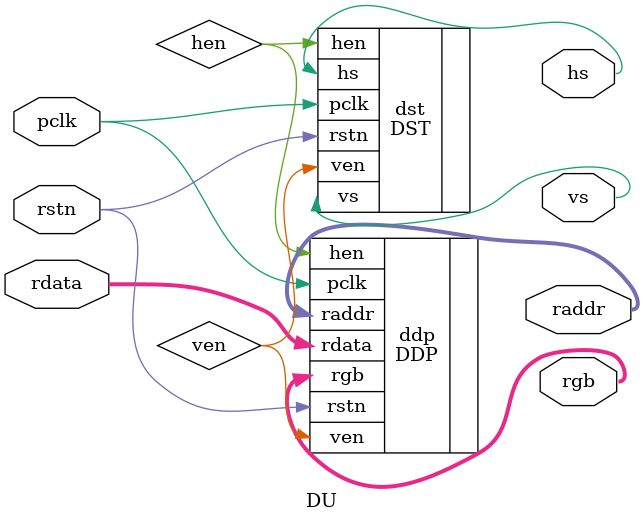
<source format=v>
`timescale 1ns / 1ps


module DU #(
    parameter DW    = 15,
    parameter H_LEN = 200,
    parameter V_LEN = 150
) (
    input               pclk,   // 时钟信号
    input               rstn,   // 复位信号，低电平有效
    input      [  11:0] rdata,  // 上一个像素对应的rgb数据。由查询画布VRAM得到。

    output     [DW-1:0] raddr,  // 当前的像素在画布VRAM中的查询地址
    output     [  11:0] rgb,    // 输出当前像素的rgb信息
    output              hs,     // 行同步（horizontal sync）
    output              vs      // 场同步（vertical sync）
);
wire hen, ven;
DDP #(DW, H_LEN, V_LEN) ddp(
    .hen(hen),
    .ven(ven),
    .rstn(rstn),
    .pclk(pclk),
    .rdata(rdata),

    .rgb(rgb),
    .raddr(raddr)
);
DST dst(
    .rstn(rstn),
    .pclk(pclk),

    .hen(hen),
    .ven(ven),
    .hs(hs),
    .vs(vs)
);
endmodule

</source>
